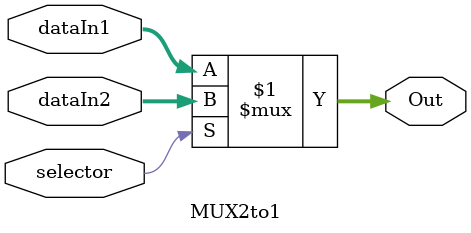
<source format=v>
module MUX2to1
  
  (
  input [63 : 0] dataIn1,
  input [63 : 0] dataIn2,
  input selector,
  output [63 : 0] Out
  );
  
  assign Out = selector ? dataIn2 : dataIn1; 
  
endmodule
</source>
